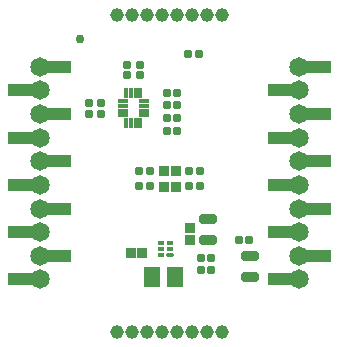
<source format=gts>
%FSTAX23Y23*%
%MOIN*%
%SFA1B1*%

%IPPOS*%
%AMD28*
4,1,8,0.008400,0.012800,-0.008400,0.012800,-0.013800,0.007400,-0.013800,-0.007400,-0.008400,-0.012800,0.008400,-0.012800,0.013800,-0.007400,0.013800,0.007400,0.008400,0.012800,0.0*
1,1,0.010827,0.008400,0.007400*
1,1,0.010827,-0.008400,0.007400*
1,1,0.010827,-0.008400,-0.007400*
1,1,0.010827,0.008400,-0.007400*
%
%AMD29*
4,1,8,-0.012800,0.008400,-0.012800,-0.008400,-0.007400,-0.013800,0.007400,-0.013800,0.012800,-0.008400,0.012800,0.008400,0.007400,0.013800,-0.007400,0.013800,-0.012800,0.008400,0.0*
1,1,0.010827,-0.007400,0.008400*
1,1,0.010827,-0.007400,-0.008400*
1,1,0.010827,0.007400,-0.008400*
1,1,0.010827,0.007400,0.008400*
%
%AMD31*
4,1,8,-0.012200,0.004000,-0.012200,-0.004000,-0.008300,-0.007900,0.008300,-0.007900,0.012200,-0.004000,0.012200,0.004000,0.008300,0.007900,-0.008300,0.007900,-0.012200,0.004000,0.0*
1,1,0.007835,-0.008300,0.004000*
1,1,0.007835,-0.008300,-0.004000*
1,1,0.007835,0.008300,-0.004000*
1,1,0.007835,0.008300,0.004000*
%
%AMD32*
4,1,8,-0.011600,0.004000,-0.011600,-0.004000,-0.007700,-0.007900,0.007700,-0.007900,0.011600,-0.004000,0.011600,0.004000,0.007700,0.007900,-0.007700,0.007900,-0.011600,0.004000,0.0*
1,1,0.007835,-0.007700,0.004000*
1,1,0.007835,-0.007700,-0.004000*
1,1,0.007835,0.007700,-0.004000*
1,1,0.007835,0.007700,0.004000*
%
%AMD33*
4,1,8,-0.021900,-0.017900,0.021900,-0.017900,0.028500,-0.011200,0.028500,0.011200,0.021900,0.017900,-0.021900,0.017900,-0.028500,0.011200,-0.028500,-0.011200,-0.021900,-0.017900,0.0*
1,1,0.013386,-0.021900,-0.011200*
1,1,0.013386,0.021900,-0.011200*
1,1,0.013386,0.021900,0.011200*
1,1,0.013386,-0.021900,0.011200*
%
%ADD27R,0.058268X0.067716*%
G04~CAMADD=28~8~0.0~0.0~275.6~255.9~54.1~0.0~15~0.0~0.0~0.0~0.0~0~0.0~0.0~0.0~0.0~0~0.0~0.0~0.0~0.0~275.6~255.9*
%ADD28D28*%
G04~CAMADD=29~8~0.0~0.0~275.6~255.9~54.1~0.0~15~0.0~0.0~0.0~0.0~0~0.0~0.0~0.0~0.0~0~0.0~0.0~0.0~90.0~256.0~276.0*
%ADD29D29*%
%ADD30R,0.033858X0.032283*%
G04~CAMADD=31~8~0.0~0.0~157.5~244.1~39.2~0.0~15~0.0~0.0~0.0~0.0~0~0.0~0.0~0.0~0.0~0~0.0~0.0~0.0~90.0~244.0~158.0*
%ADD31D31*%
G04~CAMADD=32~8~0.0~0.0~157.5~232.3~39.2~0.0~15~0.0~0.0~0.0~0.0~0~0.0~0.0~0.0~0.0~0~0.0~0.0~0.0~90.0~233.0~158.0*
%ADD32D32*%
G04~CAMADD=33~8~0.0~0.0~570.9~358.3~66.9~0.0~15~0.0~0.0~0.0~0.0~0~0.0~0.0~0.0~0.0~0~0.0~0.0~0.0~180.0~571.0~358.0*
%ADD33D33*%
%ADD34R,0.034646X0.035039*%
%ADD35R,0.032283X0.033858*%
%ADD36R,0.035433X0.011811*%
%ADD37R,0.011811X0.035433*%
%ADD38R,0.088582X0.039370*%
%ADD39C,0.045275*%
%ADD40C,0.064960*%
%ADD41C,0.029527*%
%LNdeck-1*%
%LPD*%
G54D27*
X00519Y00261D03*
X00597D03*
G54D28*
X00437Y00968D03*
Y00933D03*
X00348Y00804D03*
Y0084D03*
X00308Y00804D03*
Y0084D03*
X00478Y00933D03*
Y00968D03*
G54D29*
X00568Y00875D03*
X00604D03*
Y00833D03*
X00568D03*
X00604Y0079D03*
X00568D03*
X00604Y00748D03*
X00568D03*
X00844Y00384D03*
X00808D03*
X00676Y01004D03*
X0064D03*
X00682Y00326D03*
X00717D03*
X00682Y00286D03*
X00717D03*
X00644Y00563D03*
X0068D03*
X00644Y00616D03*
X0068D03*
X00512Y00563D03*
X00477D03*
X00512Y00616D03*
X00477D03*
G54D30*
X00486Y0034D03*
X00448D03*
X00599Y00562D03*
X0056D03*
G54D31*
X00578Y00334D03*
G54D32*
X00578Y00373D03*
Y00353D03*
X00548D03*
Y00334D03*
Y00373D03*
G54D33*
X00845Y00262D03*
Y00332D03*
X00707Y00384D03*
Y00454D03*
G54D34*
X006Y00615D03*
X00559D03*
G54D35*
X00646Y00424D03*
Y00386D03*
G54D36*
X00422Y00847D03*
Y00832D03*
Y00816D03*
Y008D03*
X00493D03*
Y00816D03*
Y00832D03*
Y00847D03*
G54D37*
X00434Y00773D03*
X00449D03*
X00465D03*
X00481D03*
Y00875D03*
X00465D03*
X00449D03*
X00434D03*
G54D38*
X00206Y00962D03*
Y00804D03*
Y00647D03*
Y00489D03*
Y00332D03*
X00084Y00883D03*
Y00725D03*
Y0041D03*
Y00253D03*
Y00568D03*
X01072Y00962D03*
Y00804D03*
Y00647D03*
Y00489D03*
Y00332D03*
X0095Y00883D03*
Y00725D03*
Y0041D03*
Y00253D03*
Y00568D03*
G54D39*
X00504Y00078D03*
X00554D03*
X00604D03*
X00704D03*
X00654D03*
X00754D03*
X00404D03*
X00454D03*
X00653Y01135D03*
X00603D03*
X00553D03*
X00453D03*
X00503D03*
X00403D03*
X00753D03*
X00703D03*
G54D40*
X00145Y0041D03*
Y00253D03*
Y00332D03*
Y00647D03*
Y00489D03*
Y00568D03*
Y00883D03*
Y00725D03*
Y00804D03*
Y00962D03*
X01011Y0041D03*
Y00253D03*
Y00332D03*
Y00647D03*
Y00489D03*
Y00568D03*
Y00883D03*
Y00725D03*
Y00804D03*
Y00962D03*
G54D41*
X00279Y01053D03*
M02*
</source>
